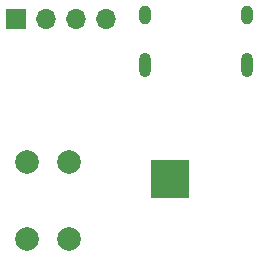
<source format=gbr>
%TF.GenerationSoftware,KiCad,Pcbnew,7.99.0-957-g18dd623122*%
%TF.CreationDate,2023-07-10T16:21:33-04:00*%
%TF.ProjectId,rp2040_base,72703230-3430-45f6-9261-73652e6b6963,rev?*%
%TF.SameCoordinates,Original*%
%TF.FileFunction,Copper,L2,Bot*%
%TF.FilePolarity,Positive*%
%FSLAX46Y46*%
G04 Gerber Fmt 4.6, Leading zero omitted, Abs format (unit mm)*
G04 Created by KiCad (PCBNEW 7.99.0-957-g18dd623122) date 2023-07-10 16:21:33*
%MOMM*%
%LPD*%
G01*
G04 APERTURE LIST*
%TA.AperFunction,ComponentPad*%
%ADD10R,1.700000X1.700000*%
%TD*%
%TA.AperFunction,ComponentPad*%
%ADD11O,1.700000X1.700000*%
%TD*%
%TA.AperFunction,ComponentPad*%
%ADD12O,1.000000X2.100000*%
%TD*%
%TA.AperFunction,ComponentPad*%
%ADD13O,1.000000X1.600000*%
%TD*%
%TA.AperFunction,ComponentPad*%
%ADD14C,2.000000*%
%TD*%
%TA.AperFunction,ComponentPad*%
%ADD15C,0.500000*%
%TD*%
%TA.AperFunction,SMDPad,CuDef*%
%ADD16R,3.200000X3.200000*%
%TD*%
G04 APERTURE END LIST*
D10*
%TO.P,J2,1,Pin_1*%
%TO.N,/SWCLK*%
X128524001Y-81026000D03*
D11*
%TO.P,J2,2,Pin_2*%
%TO.N,/SWDIO*%
X131064001Y-81026000D03*
%TO.P,J2,3,Pin_3*%
%TO.N,+3V3*%
X133604000Y-81026000D03*
%TO.P,J2,4,Pin_4*%
%TO.N,GND*%
X136144001Y-81026000D03*
%TD*%
D12*
%TO.P,J1,S1,SHIELD*%
%TO.N,GND*%
X148084000Y-84918000D03*
D13*
X148084000Y-80738000D03*
D12*
X139444000Y-84918000D03*
D13*
X139444000Y-80738000D03*
%TD*%
D14*
%TO.P,SW1,1,1*%
%TO.N,/USB_BOOT*%
X129413000Y-93195000D03*
%TO.P,SW1,2,2*%
%TO.N,GND*%
X129413000Y-99695000D03*
%TD*%
D15*
%TO.P,U1,57,GND*%
%TO.N,GND*%
X140215000Y-93225000D03*
X140215000Y-95925000D03*
D16*
X141565000Y-94575000D03*
D15*
X142915000Y-93225000D03*
X142915000Y-95925000D03*
%TD*%
D14*
%TO.P,SW2,1,1*%
%TO.N,/RUN*%
X132969000Y-93195000D03*
%TO.P,SW2,2,2*%
%TO.N,GND*%
X132969000Y-99695000D03*
%TD*%
M02*

</source>
